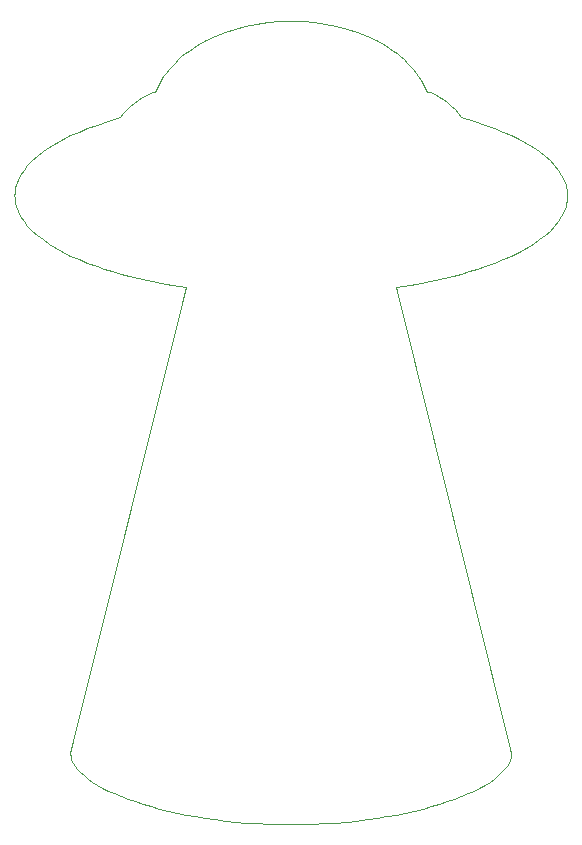
<source format=gbr>
%TF.GenerationSoftware,KiCad,Pcbnew,9.99.0-unknown-1.20250504git96522c4.fc41*%
%TF.CreationDate,2025-06-08T18:15:19+01:00*%
%TF.ProjectId,tr25-sao-r1,74723235-2d73-4616-9f2d-72312e6b6963,rev?*%
%TF.SameCoordinates,Original*%
%TF.FileFunction,Profile,NP*%
%FSLAX46Y46*%
G04 Gerber Fmt 4.6, Leading zero omitted, Abs format (unit mm)*
G04 Created by KiCad (PCBNEW 9.99.0-unknown-1.20250504git96522c4.fc41) date 2025-06-08 18:15:19*
%MOMM*%
%LPD*%
G01*
G04 APERTURE LIST*
%TA.AperFunction,Profile*%
%ADD10C,0.100000*%
%TD*%
G04 APERTURE END LIST*
D10*
%TO.C,N1*%
X48433050Y-29815835D02*
X47458950Y-29898515D01*
X47458950Y-29898515D02*
X46507550Y-30033385D01*
X46507550Y-30033385D02*
X45582550Y-30219945D01*
X45582550Y-30219945D02*
X44687550Y-30455065D01*
X44687550Y-30455065D02*
X43826650Y-30737735D01*
X43826650Y-30737735D02*
X43003450Y-31066405D01*
X43003450Y-31066405D02*
X42222050Y-31438475D01*
X42222050Y-31438475D02*
X41485650Y-31852395D01*
X41485650Y-31852395D02*
X41135850Y-32074605D01*
X41135850Y-32074605D02*
X40798850Y-32306635D01*
X40798850Y-32306635D02*
X40474850Y-32547965D01*
X40474850Y-32547965D02*
X40164850Y-32799115D01*
X40164850Y-32799115D02*
X39868750Y-33059045D01*
X39868750Y-33059045D02*
X39587550Y-33327765D01*
X39587550Y-33327765D02*
X39321450Y-33605785D01*
X39321450Y-33605785D02*
X39071350Y-33891575D01*
X39071350Y-33891575D02*
X38837250Y-34186075D01*
X38837250Y-34186075D02*
X38619650Y-34488375D01*
X38619650Y-34488375D02*
X38418650Y-34798475D01*
X38418650Y-34798475D02*
X38235750Y-35116275D01*
X38235750Y-35116275D02*
X38070850Y-35440775D01*
X38070850Y-35440775D02*
X37924650Y-35773075D01*
X37924650Y-35773075D02*
X37626450Y-35852175D01*
X37626450Y-35852175D02*
X37233750Y-36025775D01*
X37233750Y-36025775D02*
X36857550Y-36225775D01*
X36857550Y-36225775D02*
X36498350Y-36451575D01*
X36498350Y-36451575D02*
X36155750Y-36702775D01*
X36155750Y-36702775D02*
X35830250Y-36979175D01*
X35830250Y-36979175D02*
X35521150Y-37280975D01*
X35521150Y-37280975D02*
X35229750Y-37608075D01*
X35229750Y-37608075D02*
X34955350Y-37959475D01*
X34955350Y-37959475D02*
X33938850Y-38257675D01*
X33938850Y-38257675D02*
X32971950Y-38574975D01*
X32971950Y-38574975D02*
X32197850Y-38860275D01*
X32197850Y-38860275D02*
X31462550Y-39158375D01*
X31462550Y-39158375D02*
X30766950Y-39469475D01*
X30766950Y-39469475D02*
X30112250Y-39792975D01*
X30112250Y-39792975D02*
X29499850Y-40128875D01*
X29499850Y-40128875D02*
X28931950Y-40476175D01*
X28931950Y-40476175D02*
X28408950Y-40835275D01*
X28408950Y-40835275D02*
X27933050Y-41205875D01*
X27933050Y-41205875D02*
X27504650Y-41587675D01*
X27504650Y-41587675D02*
X27125850Y-41981975D01*
X27125850Y-41981975D02*
X26798750Y-42387675D01*
X26798750Y-42387675D02*
X26525350Y-42804175D01*
X26525350Y-42804175D02*
X26308850Y-43230475D01*
X26308850Y-43230475D02*
X26222550Y-43447575D01*
X26222550Y-43447575D02*
X26151250Y-43666675D01*
X26151250Y-43666675D02*
X26095350Y-43888375D01*
X26095350Y-43888375D02*
X26055050Y-44112075D01*
X26055050Y-44112075D02*
X26030750Y-44337375D01*
X26030750Y-44337375D02*
X26022550Y-44565275D01*
X26022550Y-44565275D02*
X26030750Y-44793175D01*
X26030750Y-44793175D02*
X26055050Y-45019075D01*
X26055050Y-45019075D02*
X26095350Y-45242775D01*
X26095350Y-45242775D02*
X26151250Y-45463975D01*
X26151250Y-45463975D02*
X26308850Y-45900675D01*
X26308850Y-45900675D02*
X26525350Y-46327475D01*
X26525350Y-46327475D02*
X26798750Y-46743975D01*
X26798750Y-46743975D02*
X27125850Y-47149675D01*
X27125850Y-47149675D02*
X27504650Y-47543975D01*
X27504650Y-47543975D02*
X27933050Y-47926375D01*
X27933050Y-47926375D02*
X28408950Y-48296875D01*
X28408950Y-48296875D02*
X28931950Y-48655975D01*
X28931950Y-48655975D02*
X29499850Y-49003275D01*
X29499850Y-49003275D02*
X30112250Y-49339175D01*
X30112250Y-49339175D02*
X30766950Y-49662675D01*
X30766950Y-49662675D02*
X31462550Y-49973775D01*
X31462550Y-49973775D02*
X32197850Y-50271975D01*
X32197850Y-50271975D02*
X32971950Y-50557175D01*
X32971950Y-50557175D02*
X33627750Y-50778375D01*
X33627750Y-50778375D02*
X34307250Y-50990275D01*
X34307250Y-50990275D02*
X35010650Y-51192275D01*
X35010650Y-51192275D02*
X35736150Y-51384575D01*
X35736150Y-51384575D02*
X37250750Y-51739075D01*
X37250750Y-51739075D02*
X38842450Y-52052675D01*
X38842450Y-52052675D02*
X39384550Y-52144675D01*
X39384550Y-52144675D02*
X40549250Y-52330175D01*
X40549250Y-52330175D02*
X30755550Y-91808475D01*
X30755550Y-91808475D02*
X30779850Y-92074575D01*
X30779850Y-92074575D02*
X30851650Y-92342275D01*
X30851650Y-92342275D02*
X30970550Y-92610975D01*
X30970550Y-92610975D02*
X31134850Y-92879175D01*
X31134850Y-92879175D02*
X31343150Y-93146875D01*
X31343150Y-93146875D02*
X31594850Y-93413475D01*
X31594850Y-93413475D02*
X31888350Y-93678575D01*
X31888350Y-93678575D02*
X32222650Y-93940575D01*
X32222650Y-93940575D02*
X32596850Y-94199975D01*
X32596850Y-94199975D02*
X33009150Y-94455275D01*
X33009150Y-94455275D02*
X33458250Y-94705975D01*
X33458250Y-94705975D02*
X33944050Y-94951875D01*
X33944050Y-94951875D02*
X34464350Y-95192175D01*
X34464350Y-95192175D02*
X35018850Y-95425775D01*
X35018850Y-95425775D02*
X35605450Y-95652675D01*
X35605450Y-95652675D02*
X36223950Y-95871275D01*
X36223950Y-95871275D02*
X36871950Y-96082075D01*
X36871950Y-96082075D02*
X37549450Y-96284075D01*
X37549450Y-96284075D02*
X38254850Y-96476375D01*
X38254850Y-96476375D02*
X38987150Y-96658275D01*
X38987150Y-96658275D02*
X39744150Y-96829275D01*
X39744150Y-96829275D02*
X40526050Y-96988975D01*
X40526050Y-96988975D02*
X41331150Y-97136775D01*
X41331150Y-97136775D02*
X42158450Y-97271175D01*
X42158450Y-97271175D02*
X43005950Y-97392575D01*
X43005950Y-97392575D02*
X43873650Y-97499575D01*
X43873650Y-97499575D02*
X44759350Y-97592075D01*
X44759350Y-97592075D02*
X45662650Y-97669575D01*
X45662650Y-97669575D02*
X46581950Y-97730575D01*
X46581950Y-97730575D02*
X47516350Y-97774975D01*
X47516350Y-97774975D02*
X48464550Y-97801875D01*
X48464550Y-97801875D02*
X49425250Y-97811175D01*
X49425250Y-97811175D02*
X50385950Y-97801875D01*
X50385950Y-97801875D02*
X51334150Y-97774975D01*
X51334150Y-97774975D02*
X52268450Y-97730575D01*
X52268450Y-97730575D02*
X53187750Y-97669575D01*
X53187750Y-97669575D02*
X54091150Y-97592075D01*
X54091150Y-97592075D02*
X54976850Y-97499575D01*
X54976850Y-97499575D02*
X55844450Y-97392575D01*
X55844450Y-97392575D02*
X56691950Y-97271175D01*
X56691950Y-97271175D02*
X57519350Y-97136775D01*
X57519350Y-97136775D02*
X58323950Y-96988975D01*
X58323950Y-96988975D02*
X59105750Y-96829275D01*
X59105750Y-96829275D02*
X59863350Y-96658275D01*
X59863350Y-96658275D02*
X60595050Y-96476375D01*
X60595050Y-96476375D02*
X61300450Y-96284075D01*
X61300450Y-96284075D02*
X61977950Y-96082075D01*
X61977950Y-96082075D02*
X62626450Y-95871275D01*
X62626450Y-95871275D02*
X63244550Y-95652675D01*
X63244550Y-95652675D02*
X63831550Y-95425775D01*
X63831550Y-95425775D02*
X64385550Y-95192175D01*
X64385550Y-95192175D02*
X64905950Y-94951875D01*
X64905950Y-94951875D02*
X65391750Y-94705975D01*
X65391750Y-94705975D02*
X65841250Y-94455275D01*
X65841250Y-94455275D02*
X66253650Y-94199975D01*
X66253650Y-94199975D02*
X66627250Y-93940575D01*
X66627250Y-93940575D02*
X66961650Y-93678575D01*
X66961650Y-93678575D02*
X67255150Y-93413475D01*
X67255150Y-93413475D02*
X67506850Y-93146875D01*
X67506850Y-93146875D02*
X67715050Y-92879175D01*
X67715050Y-92879175D02*
X67879450Y-92610975D01*
X67879450Y-92610975D02*
X67997750Y-92342275D01*
X67997750Y-92342275D02*
X68070050Y-92074575D01*
X68070050Y-92074575D02*
X68094350Y-91808475D01*
X68094350Y-91808475D02*
X58300650Y-52330175D01*
X58300650Y-52330175D02*
X59480950Y-52142075D01*
X59480950Y-52142075D02*
X60002850Y-52053775D01*
X60002850Y-52053775D02*
X61596550Y-51739575D01*
X61596550Y-51739575D02*
X63112750Y-51385075D01*
X63112750Y-51385075D02*
X63839350Y-51192775D01*
X63839350Y-51192775D02*
X64543150Y-50990775D01*
X64543150Y-50990775D02*
X65223750Y-50778875D01*
X65223750Y-50778875D02*
X65880050Y-50557175D01*
X65880050Y-50557175D02*
X66653650Y-50271975D01*
X66653650Y-50271975D02*
X67388950Y-49973775D01*
X67388950Y-49973775D02*
X68084550Y-49662675D01*
X68084550Y-49662675D02*
X68739350Y-49339175D01*
X68739350Y-49339175D02*
X69351150Y-49003275D01*
X69351150Y-49003275D02*
X69919050Y-48655975D01*
X69919050Y-48655975D02*
X70441550Y-48296875D01*
X70441550Y-48296875D02*
X70917450Y-47926375D01*
X70917450Y-47926375D02*
X71345850Y-47543975D01*
X71345850Y-47543975D02*
X71724650Y-47149675D01*
X71724650Y-47149675D02*
X72051750Y-46743975D01*
X72051750Y-46743975D02*
X72324650Y-46327475D01*
X72324650Y-46327475D02*
X72541150Y-45900675D01*
X72541150Y-45900675D02*
X72698750Y-45463975D01*
X72698750Y-45463975D02*
X72754550Y-45242775D01*
X72754550Y-45242775D02*
X72794850Y-45019075D01*
X72794850Y-45019075D02*
X72819150Y-44793175D01*
X72819150Y-44793175D02*
X72827450Y-44565275D01*
X72827450Y-44565275D02*
X72819150Y-44337375D01*
X72819150Y-44337375D02*
X72794850Y-44112075D01*
X72794850Y-44112075D02*
X72754550Y-43888375D01*
X72754550Y-43888375D02*
X72698750Y-43666675D01*
X72698750Y-43666675D02*
X72541150Y-43230475D01*
X72541150Y-43230475D02*
X72324650Y-42804175D01*
X72324650Y-42804175D02*
X72051750Y-42387675D01*
X72051750Y-42387675D02*
X71724650Y-41981975D01*
X71724650Y-41981975D02*
X71345850Y-41587675D01*
X71345850Y-41587675D02*
X70917450Y-41205875D01*
X70917450Y-41205875D02*
X70441550Y-40835275D01*
X70441550Y-40835275D02*
X69919050Y-40476175D01*
X69919050Y-40476175D02*
X69351150Y-40128875D01*
X69351150Y-40128875D02*
X68739350Y-39792975D01*
X68739350Y-39792975D02*
X68084550Y-39469475D01*
X68084550Y-39469475D02*
X67388950Y-39158375D01*
X67388950Y-39158375D02*
X66653650Y-38860275D01*
X66653650Y-38860275D02*
X65880050Y-38574975D01*
X65880050Y-38574975D02*
X64901250Y-38254075D01*
X64901250Y-38254075D02*
X63872450Y-37953275D01*
X63872450Y-37953275D02*
X63598050Y-37601875D01*
X63598050Y-37601875D02*
X63306550Y-37274775D01*
X63306550Y-37274775D02*
X62997550Y-36972975D01*
X62997550Y-36972975D02*
X62671950Y-36696575D01*
X62671950Y-36696575D02*
X62329350Y-36445375D01*
X62329350Y-36445375D02*
X61970250Y-36219575D01*
X61970250Y-36219575D02*
X61594050Y-36019575D01*
X61594050Y-36019575D02*
X61186250Y-35841325D01*
X61186250Y-35841325D02*
X60925850Y-35773575D01*
X60925850Y-35773575D02*
X60779550Y-35441375D01*
X60779550Y-35441375D02*
X60614750Y-35116275D01*
X60614750Y-35116275D02*
X60431750Y-34798975D01*
X60431750Y-34798975D02*
X60231250Y-34488975D01*
X60231250Y-34488975D02*
X60013750Y-34186575D01*
X60013750Y-34186575D02*
X59779150Y-33892075D01*
X59779150Y-33892075D02*
X59529050Y-33605785D01*
X59529050Y-33605785D02*
X59262850Y-33328275D01*
X59262850Y-33328275D02*
X58981750Y-33059045D01*
X58981750Y-33059045D02*
X58686150Y-32799115D01*
X58686150Y-32799115D02*
X58375550Y-32548485D01*
X58375550Y-32548485D02*
X58052050Y-32306635D01*
X58052050Y-32306635D02*
X57715150Y-32074605D01*
X57715150Y-32074605D02*
X57364850Y-31852395D01*
X57364850Y-31852395D02*
X56628950Y-31438475D01*
X56628950Y-31438475D02*
X55847050Y-31066405D01*
X55847050Y-31066405D02*
X55023850Y-30738255D01*
X55023850Y-30738255D02*
X54162950Y-30455065D01*
X54162950Y-30455065D02*
X53267850Y-30219945D01*
X53267850Y-30219945D02*
X52342850Y-30033385D01*
X52342850Y-30033385D02*
X51391550Y-29898515D01*
X51391550Y-29898515D02*
X50417950Y-29815835D01*
X50417950Y-29815835D02*
X49425250Y-29787925D01*
X49425250Y-29787925D02*
X48433050Y-29815835D01*
%TD*%
M02*

</source>
